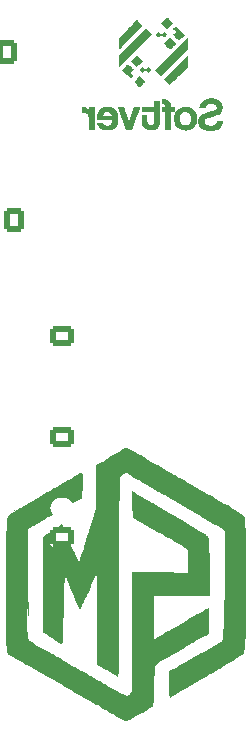
<source format=gbr>
%TF.GenerationSoftware,KiCad,Pcbnew,7.0.8*%
%TF.CreationDate,2023-11-01T12:09:58-04:00*%
%TF.ProjectId,ESP32_CNC,45535033-325f-4434-9e43-2e6b69636164,rev?*%
%TF.SameCoordinates,Original*%
%TF.FileFunction,Legend,Bot*%
%TF.FilePolarity,Positive*%
%FSLAX46Y46*%
G04 Gerber Fmt 4.6, Leading zero omitted, Abs format (unit mm)*
G04 Created by KiCad (PCBNEW 7.0.8) date 2023-11-01 12:09:58*
%MOMM*%
%LPD*%
G01*
G04 APERTURE LIST*
G04 Aperture macros list*
%AMRoundRect*
0 Rectangle with rounded corners*
0 $1 Rounding radius*
0 $2 $3 $4 $5 $6 $7 $8 $9 X,Y pos of 4 corners*
0 Add a 4 corners polygon primitive as box body*
4,1,4,$2,$3,$4,$5,$6,$7,$8,$9,$2,$3,0*
0 Add four circle primitives for the rounded corners*
1,1,$1+$1,$2,$3*
1,1,$1+$1,$4,$5*
1,1,$1+$1,$6,$7*
1,1,$1+$1,$8,$9*
0 Add four rect primitives between the rounded corners*
20,1,$1+$1,$2,$3,$4,$5,0*
20,1,$1+$1,$4,$5,$6,$7,0*
20,1,$1+$1,$6,$7,$8,$9,0*
20,1,$1+$1,$8,$9,$2,$3,0*%
G04 Aperture macros list end*
%ADD10RoundRect,0.250000X-0.750000X0.600000X-0.750000X-0.600000X0.750000X-0.600000X0.750000X0.600000X0*%
%ADD11O,2.000000X1.700000*%
%ADD12C,0.650000*%
%ADD13O,1.000000X2.100000*%
%ADD14O,1.000000X1.600000*%
%ADD15RoundRect,0.250000X0.750000X-0.600000X0.750000X0.600000X-0.750000X0.600000X-0.750000X-0.600000X0*%
%ADD16C,0.800000*%
%ADD17C,5.000000*%
%ADD18R,1.700000X1.700000*%
%ADD19O,1.700000X1.700000*%
%ADD20RoundRect,0.250000X-0.650000X-1.550000X0.650000X-1.550000X0.650000X1.550000X-0.650000X1.550000X0*%
%ADD21O,1.800000X3.600000*%
%ADD22RoundRect,0.250000X0.600000X0.750000X-0.600000X0.750000X-0.600000X-0.750000X0.600000X-0.750000X0*%
%ADD23O,1.700000X2.000000*%
%ADD24C,1.700000*%
%ADD25RoundRect,0.250000X0.600000X0.725000X-0.600000X0.725000X-0.600000X-0.725000X0.600000X-0.725000X0*%
%ADD26O,1.700000X1.950000*%
%ADD27C,0.999997*%
%ADD28RoundRect,0.250000X0.750000X1.550000X-0.750000X1.550000X-0.750000X-1.550000X0.750000X-1.550000X0*%
%ADD29O,2.000000X3.600000*%
G04 APERTURE END LIST*
%TO.C,G\u002A\u002A\u002A*%
G36*
X144878449Y-101869254D02*
G01*
X144853644Y-101894059D01*
X144828839Y-101869254D01*
X144853644Y-101844450D01*
X144878449Y-101869254D01*
G37*
G36*
X142993292Y-100629020D02*
G01*
X142968488Y-100653825D01*
X142943683Y-100629020D01*
X142968488Y-100604215D01*
X142993292Y-100629020D01*
G37*
G36*
X132624933Y-85448551D02*
G01*
X132600128Y-85473356D01*
X132575324Y-85448551D01*
X132600128Y-85423747D01*
X132624933Y-85448551D01*
G37*
G36*
X126870245Y-88772379D02*
G01*
X126845441Y-88797184D01*
X126820636Y-88772379D01*
X126845441Y-88747575D01*
X126870245Y-88772379D01*
G37*
G36*
X128034855Y-96445632D02*
G01*
X128037310Y-96591175D01*
X128038901Y-96813422D01*
X128039476Y-97106754D01*
X128038936Y-97399838D01*
X128037367Y-97626017D01*
X128034921Y-97776813D01*
X128031751Y-97846267D01*
X128028009Y-97828421D01*
X128023848Y-97717314D01*
X128020165Y-97535938D01*
X128017434Y-97195767D01*
X128018641Y-96841808D01*
X128023789Y-96526689D01*
X128023822Y-96525403D01*
X128027959Y-96407128D01*
X128031687Y-96382410D01*
X128034855Y-96445632D01*
G37*
G36*
X136337917Y-83458608D02*
G01*
X136428740Y-83492768D01*
X136565154Y-83565545D01*
X136767316Y-83682452D01*
X136857843Y-83734659D01*
X137059438Y-83848488D01*
X137238605Y-83946969D01*
X137256041Y-83956355D01*
X137555609Y-84121736D01*
X137836406Y-84286463D01*
X138148198Y-84479682D01*
X138174772Y-84496381D01*
X138328025Y-84589316D01*
X138445133Y-84654820D01*
X138502551Y-84679606D01*
X138519388Y-84685106D01*
X138611404Y-84731257D01*
X138768960Y-84818095D01*
X138979001Y-84938111D01*
X139228472Y-85083796D01*
X139504319Y-85247642D01*
X139793488Y-85422139D01*
X139946232Y-85512486D01*
X140168629Y-85638001D01*
X140363995Y-85742276D01*
X140489732Y-85808875D01*
X140628219Y-85888640D01*
X140711261Y-85944561D01*
X140771854Y-85987288D01*
X140900975Y-86065926D01*
X141058527Y-86153995D01*
X141178168Y-86218733D01*
X141371366Y-86325237D01*
X141529816Y-86414744D01*
X141562253Y-86433384D01*
X141748485Y-86538497D01*
X141926691Y-86636710D01*
X141970088Y-86660589D01*
X142153562Y-86766580D01*
X142328643Y-86873689D01*
X142387515Y-86910207D01*
X142553630Y-87009061D01*
X142759460Y-87128005D01*
X142973565Y-87248755D01*
X143167737Y-87356829D01*
X143409610Y-87491942D01*
X143592191Y-87594981D01*
X143732257Y-87675657D01*
X143846582Y-87743680D01*
X143951941Y-87808759D01*
X144065109Y-87880606D01*
X144182370Y-87953406D01*
X144365393Y-88060484D01*
X144515321Y-88141056D01*
X144624735Y-88196805D01*
X144901234Y-88347637D01*
X145191672Y-88517430D01*
X145253312Y-88554449D01*
X145390603Y-88636445D01*
X145572751Y-88744960D01*
X145777095Y-88866483D01*
X145801555Y-88881087D01*
X146058123Y-89045767D01*
X146230703Y-89181031D01*
X146315057Y-89283593D01*
X146337744Y-89358763D01*
X146362180Y-89511175D01*
X146383721Y-89734320D01*
X146402435Y-90031045D01*
X146418387Y-90404196D01*
X146431645Y-90856618D01*
X146442276Y-91391157D01*
X146450345Y-92010661D01*
X146455920Y-92717974D01*
X146459067Y-93515942D01*
X146459854Y-94407413D01*
X146458347Y-95395231D01*
X146456076Y-96121411D01*
X146452457Y-96883728D01*
X146447621Y-97558116D01*
X146441378Y-98150660D01*
X146433542Y-98667445D01*
X146423922Y-99114554D01*
X146412332Y-99498072D01*
X146398582Y-99824083D01*
X146382484Y-100098672D01*
X146363849Y-100327923D01*
X146342490Y-100517919D01*
X146318218Y-100674746D01*
X146290844Y-100804487D01*
X146258826Y-100865603D01*
X146144142Y-100985334D01*
X145961813Y-101128721D01*
X145725524Y-101285358D01*
X145448956Y-101444837D01*
X145344085Y-101503322D01*
X145160348Y-101610513D01*
X144977667Y-101721323D01*
X144843806Y-101802828D01*
X144689168Y-101893082D01*
X144580792Y-101951850D01*
X144524730Y-101982083D01*
X144385544Y-102066379D01*
X144233527Y-102166510D01*
X144134867Y-102231366D01*
X143933330Y-102353627D01*
X143737433Y-102462509D01*
X143621838Y-102525118D01*
X143422963Y-102640644D01*
X143257206Y-102745535D01*
X143182037Y-102795265D01*
X143075210Y-102860646D01*
X143020884Y-102886247D01*
X142985726Y-102902348D01*
X142879029Y-102960526D01*
X142718331Y-103051694D01*
X142520736Y-103165889D01*
X142303347Y-103293148D01*
X142083267Y-103423509D01*
X141877600Y-103547007D01*
X141703449Y-103653680D01*
X141694031Y-103659533D01*
X141327843Y-103883683D01*
X140978125Y-104091430D01*
X140666904Y-104269894D01*
X140416210Y-104406200D01*
X140404649Y-104412234D01*
X140241510Y-104500694D01*
X140113202Y-104576011D01*
X140046620Y-104622450D01*
X140024926Y-104642830D01*
X139982003Y-104672184D01*
X139979342Y-104653440D01*
X139975411Y-104551181D01*
X139972047Y-104371986D01*
X139969427Y-104129575D01*
X139967727Y-103837672D01*
X139967120Y-103509997D01*
X139967120Y-102347810D01*
X140103546Y-102278198D01*
X140113815Y-102272949D01*
X140280870Y-102185829D01*
X140483364Y-102077940D01*
X140696651Y-101962681D01*
X140896086Y-101853451D01*
X141057020Y-101763650D01*
X141154809Y-101706675D01*
X141205511Y-101676459D01*
X141350517Y-101593929D01*
X141556082Y-101479490D01*
X141805310Y-101342417D01*
X142081307Y-101191982D01*
X142367178Y-101037461D01*
X142646027Y-100888126D01*
X142676816Y-100871624D01*
X142883554Y-100756428D01*
X143079339Y-100640934D01*
X143225473Y-100547867D01*
X143300448Y-100498596D01*
X143415525Y-100431917D01*
X143481993Y-100405778D01*
X143502865Y-100399695D01*
X143597401Y-100353507D01*
X143743513Y-100271819D01*
X143919539Y-100166477D01*
X144002374Y-100115897D01*
X144175735Y-100013020D01*
X144313427Y-99935283D01*
X144391284Y-99896515D01*
X144394893Y-99895076D01*
X144461341Y-99815550D01*
X144501844Y-99652125D01*
X144522893Y-99447473D01*
X144546488Y-99109983D01*
X144568099Y-98673731D01*
X144587720Y-98138955D01*
X144605343Y-97505893D01*
X144620963Y-96774784D01*
X144634573Y-95945867D01*
X144646167Y-95019380D01*
X144655737Y-93995562D01*
X144683729Y-90487494D01*
X144483625Y-90361174D01*
X144297491Y-90247501D01*
X144081686Y-90125804D01*
X143901219Y-90035221D01*
X143771927Y-89983578D01*
X143709648Y-89978702D01*
X143696213Y-89988159D01*
X143702017Y-89959640D01*
X143699997Y-89947425D01*
X143644404Y-89890215D01*
X143536295Y-89807416D01*
X143400058Y-89715076D01*
X143260079Y-89629248D01*
X143140744Y-89565981D01*
X143066440Y-89541325D01*
X143038461Y-89530049D01*
X142946240Y-89475944D01*
X142819219Y-89392194D01*
X142686903Y-89306524D01*
X142487792Y-89187357D01*
X142289383Y-89076836D01*
X142130386Y-88990406D01*
X141891273Y-88855578D01*
X141678644Y-88730890D01*
X141531767Y-88642202D01*
X141296390Y-88500059D01*
X141083331Y-88371378D01*
X141082364Y-88370793D01*
X140912990Y-88269797D01*
X140686847Y-88136783D01*
X140421728Y-87982031D01*
X140135425Y-87815822D01*
X139845728Y-87648436D01*
X139570432Y-87490153D01*
X139327327Y-87351254D01*
X139134205Y-87242020D01*
X139008859Y-87172730D01*
X138942161Y-87135766D01*
X138774960Y-87038876D01*
X138570827Y-86917096D01*
X138359860Y-86788257D01*
X138221646Y-86704089D01*
X138054765Y-86606504D01*
X137932352Y-86539835D01*
X137874094Y-86515153D01*
X137813966Y-86487616D01*
X137723270Y-86415934D01*
X137632892Y-86348172D01*
X137551711Y-86316715D01*
X137526101Y-86312687D01*
X137486652Y-86267106D01*
X137485272Y-86255300D01*
X137438750Y-86217497D01*
X137417903Y-86212071D01*
X137321274Y-86168386D01*
X137171428Y-86090653D01*
X136989955Y-85990631D01*
X136798445Y-85880078D01*
X136618488Y-85770753D01*
X136518350Y-85707862D01*
X136368510Y-85619342D01*
X136265929Y-85581136D01*
X136185162Y-85593086D01*
X136100765Y-85655032D01*
X135987292Y-85766817D01*
X135760116Y-85994254D01*
X135731092Y-89987809D01*
X135726750Y-90613579D01*
X135721742Y-91399153D01*
X135716724Y-92249239D01*
X135711787Y-93145416D01*
X135707022Y-94069257D01*
X135702521Y-95002339D01*
X135698376Y-95926239D01*
X135694677Y-96822531D01*
X135691518Y-97672792D01*
X135688989Y-98458598D01*
X135688914Y-98484007D01*
X135686613Y-99140116D01*
X135683718Y-99766920D01*
X135680301Y-100357427D01*
X135676435Y-100904646D01*
X135672191Y-101401586D01*
X135667642Y-101841255D01*
X135662859Y-102216662D01*
X135657915Y-102520816D01*
X135652882Y-102746725D01*
X135647832Y-102887398D01*
X135642837Y-102935844D01*
X135639058Y-102935590D01*
X135593227Y-102894537D01*
X135582528Y-102880814D01*
X135501345Y-102816964D01*
X135355304Y-102718931D01*
X135160350Y-102596253D01*
X134932426Y-102458473D01*
X134687476Y-102315129D01*
X134441443Y-102175761D01*
X134210270Y-102049911D01*
X134009902Y-101947118D01*
X133865167Y-101876153D01*
X133864986Y-98722509D01*
X133864268Y-98032863D01*
X133861876Y-97312440D01*
X133857879Y-96656853D01*
X133852351Y-96069922D01*
X133845367Y-95555467D01*
X133837000Y-95117308D01*
X133827325Y-94759264D01*
X133816417Y-94485156D01*
X133804349Y-94298803D01*
X133791197Y-94204024D01*
X133777034Y-94204640D01*
X133755007Y-94259989D01*
X133696500Y-94390668D01*
X133612359Y-94571084D01*
X133512462Y-94779761D01*
X133427145Y-94957839D01*
X133345624Y-95132636D01*
X133290263Y-95256917D01*
X133269855Y-95311412D01*
X133253704Y-95356776D01*
X133202655Y-95475319D01*
X133125017Y-95646954D01*
X133029331Y-95852468D01*
X132963843Y-95991630D01*
X132833427Y-96269910D01*
X132705142Y-96544864D01*
X132599158Y-96773320D01*
X132552904Y-96870140D01*
X132471753Y-97023230D01*
X132408485Y-97120919D01*
X132373887Y-97145390D01*
X132355373Y-97113688D01*
X132304056Y-97003437D01*
X132232627Y-96836840D01*
X132150532Y-96635465D01*
X132097161Y-96503802D01*
X132013613Y-96306448D01*
X131943378Y-96150808D01*
X131897672Y-96062304D01*
X131861555Y-95993750D01*
X131798506Y-95847251D01*
X131734354Y-95675027D01*
X131661480Y-95482932D01*
X131564125Y-95251925D01*
X131463635Y-95032759D01*
X131449653Y-95003617D01*
X131363886Y-94815227D01*
X131295417Y-94649352D01*
X131257994Y-94539001D01*
X131228104Y-94442799D01*
X131184365Y-94380904D01*
X131150347Y-94413579D01*
X131136652Y-94540676D01*
X131136117Y-94575670D01*
X131124795Y-94700028D01*
X131103382Y-94767043D01*
X131095663Y-94795712D01*
X131084650Y-94910282D01*
X131075148Y-95095163D01*
X131067974Y-95332957D01*
X131063947Y-95606268D01*
X131060813Y-95882776D01*
X131054714Y-96232309D01*
X131046368Y-96605931D01*
X131036239Y-96989945D01*
X131024795Y-97370650D01*
X131012501Y-97734348D01*
X130999825Y-98067341D01*
X130987231Y-98355929D01*
X130975187Y-98586413D01*
X130964158Y-98745096D01*
X130954612Y-98818278D01*
X130954499Y-98818620D01*
X130944836Y-98896107D01*
X130936851Y-99050367D01*
X130931372Y-99259199D01*
X130929224Y-99500407D01*
X130929195Y-99516840D01*
X130925352Y-99747065D01*
X130916036Y-99935003D01*
X130902588Y-100061680D01*
X130886346Y-100108122D01*
X130853342Y-100096772D01*
X130754481Y-100042771D01*
X130623448Y-99959294D01*
X130536054Y-99902713D01*
X130420604Y-99836337D01*
X130355798Y-99810465D01*
X130298330Y-99782355D01*
X130214165Y-99705885D01*
X130175545Y-99669051D01*
X130048227Y-99573937D01*
X129896417Y-99482200D01*
X129857446Y-99461324D01*
X129651013Y-99346101D01*
X129509587Y-99256217D01*
X129411278Y-99177946D01*
X129369974Y-99146113D01*
X129297561Y-99115934D01*
X129290817Y-99083514D01*
X129283137Y-98957336D01*
X129276181Y-98740254D01*
X129269998Y-98436850D01*
X129264641Y-98051709D01*
X129260162Y-97589415D01*
X129256610Y-97054550D01*
X129254039Y-96451698D01*
X129252499Y-95785443D01*
X129252042Y-95060368D01*
X129252588Y-91004801D01*
X129562100Y-90808444D01*
X129563662Y-90807453D01*
X129737661Y-90699306D01*
X129896992Y-90604026D01*
X130007344Y-90542134D01*
X130012680Y-90539332D01*
X130095210Y-90476044D01*
X130111300Y-90420768D01*
X130102121Y-90401275D01*
X130125859Y-90397990D01*
X130142225Y-90398859D01*
X130229280Y-90365091D01*
X130366952Y-90289953D01*
X130533856Y-90184629D01*
X130895520Y-89942633D01*
X130968087Y-90126451D01*
X130994806Y-90190823D01*
X131075267Y-90367916D01*
X131163067Y-90545551D01*
X131208830Y-90637509D01*
X131263966Y-90763381D01*
X131285480Y-90835710D01*
X131287188Y-90855947D01*
X131299750Y-90903226D01*
X131329815Y-90981664D01*
X131383561Y-91105918D01*
X131467168Y-91290646D01*
X131586815Y-91550504D01*
X131649843Y-91690126D01*
X131747145Y-91914997D01*
X131827649Y-92111087D01*
X131935493Y-92375226D01*
X132043897Y-92622151D01*
X132144947Y-92835545D01*
X132231368Y-93000721D01*
X132295883Y-93102993D01*
X132331218Y-93127673D01*
X132370394Y-93054017D01*
X132430983Y-92896208D01*
X132508641Y-92666634D01*
X132599261Y-92377442D01*
X132698736Y-92040779D01*
X132754524Y-91849349D01*
X132833750Y-91583126D01*
X132917753Y-91305626D01*
X132999978Y-91038142D01*
X133073869Y-90801965D01*
X133132871Y-90618390D01*
X133170429Y-90508708D01*
X133198842Y-90423800D01*
X133253746Y-90248853D01*
X133332030Y-89993574D01*
X133431372Y-89665587D01*
X133549451Y-89272517D01*
X133683945Y-88821989D01*
X133697378Y-88775830D01*
X133722427Y-88678826D01*
X133742397Y-88576367D01*
X133757874Y-88456733D01*
X133769448Y-88308203D01*
X133777706Y-88119058D01*
X133783237Y-87877576D01*
X133786629Y-87572037D01*
X133788471Y-87190722D01*
X133789350Y-86721908D01*
X133791366Y-84969093D01*
X134262349Y-84683281D01*
X134340402Y-84635899D01*
X134704769Y-84414286D01*
X135053693Y-84201409D01*
X135375602Y-84004374D01*
X135658923Y-83830291D01*
X135892084Y-83686265D01*
X136063511Y-83579405D01*
X136161633Y-83516818D01*
X136212409Y-83484091D01*
X136272526Y-83457553D01*
X136337917Y-83458608D01*
G37*
G36*
X132591582Y-85563160D02*
G01*
X132604099Y-85641480D01*
X132613628Y-85795662D01*
X132620120Y-86007318D01*
X132623527Y-86258061D01*
X132623803Y-86529504D01*
X132620899Y-86803260D01*
X132614768Y-87060941D01*
X132605363Y-87284160D01*
X132592635Y-87454531D01*
X132577434Y-87581036D01*
X132550246Y-87703802D01*
X132507377Y-87771444D01*
X132437328Y-87810309D01*
X132320999Y-87865139D01*
X132184372Y-87947245D01*
X132106613Y-87997030D01*
X131952386Y-88087038D01*
X131781574Y-88179915D01*
X131664390Y-88243068D01*
X131469912Y-88354238D01*
X131310285Y-88452525D01*
X131250203Y-88490578D01*
X131062027Y-88600369D01*
X130876203Y-88698702D01*
X130786070Y-88746442D01*
X130681356Y-88813893D01*
X130640558Y-88858515D01*
X130638881Y-88869791D01*
X130599236Y-88876720D01*
X130581323Y-88874388D01*
X130495888Y-88904448D01*
X130377867Y-88973527D01*
X130340332Y-88998498D01*
X130198124Y-89085713D01*
X130084325Y-89145583D01*
X130066728Y-89153583D01*
X129939601Y-89219156D01*
X129797199Y-89301103D01*
X129705845Y-89355283D01*
X129531312Y-89455084D01*
X129350714Y-89555128D01*
X129118479Y-89683239D01*
X128913121Y-89801083D01*
X128771471Y-89888074D01*
X128705792Y-89936950D01*
X128692589Y-89947423D01*
X128609342Y-89993897D01*
X128482550Y-90054094D01*
X128450401Y-90069093D01*
X128285562Y-90161767D01*
X128148900Y-90260142D01*
X128013687Y-90377838D01*
X127985064Y-93171789D01*
X127984644Y-93212890D01*
X127978824Y-93808183D01*
X127973159Y-94432659D01*
X127967786Y-95067976D01*
X127962846Y-95695791D01*
X127958478Y-96297764D01*
X127954820Y-96855550D01*
X127952013Y-97350809D01*
X127950195Y-97765197D01*
X127950109Y-97790251D01*
X127948709Y-98256359D01*
X127948388Y-98633996D01*
X127949647Y-98933410D01*
X127952989Y-99164851D01*
X127958912Y-99338566D01*
X127967920Y-99464805D01*
X127980513Y-99553815D01*
X127997192Y-99615846D01*
X128018459Y-99661146D01*
X128044814Y-99699963D01*
X128078535Y-99735586D01*
X128196113Y-99830707D01*
X128366328Y-99951364D01*
X128566877Y-100083122D01*
X128775454Y-100211545D01*
X128969754Y-100322198D01*
X129127472Y-100400646D01*
X129165445Y-100419474D01*
X129286183Y-100486288D01*
X129453797Y-100583649D01*
X129644159Y-100697687D01*
X129757065Y-100764886D01*
X129928294Y-100860929D01*
X130059151Y-100926938D01*
X130127850Y-100951481D01*
X130154524Y-100955708D01*
X130194074Y-101001090D01*
X130202469Y-101023912D01*
X130268488Y-101050700D01*
X130302720Y-101056297D01*
X130342902Y-101100309D01*
X130346114Y-101116599D01*
X130400570Y-101149919D01*
X130439470Y-101160466D01*
X130547803Y-101211526D01*
X130685824Y-101290673D01*
X130691442Y-101294143D01*
X130853718Y-101392189D01*
X131057717Y-101512618D01*
X131260675Y-101630174D01*
X131268453Y-101634626D01*
X131493358Y-101763351D01*
X131748451Y-101909365D01*
X131980011Y-102041918D01*
X132030345Y-102070642D01*
X132220679Y-102177810D01*
X132388009Y-102269984D01*
X132500910Y-102329795D01*
X132627343Y-102400619D01*
X132724152Y-102466864D01*
X132760817Y-102492515D01*
X132877638Y-102563328D01*
X133045313Y-102658654D01*
X133240882Y-102765234D01*
X133318864Y-102807271D01*
X133570652Y-102946944D01*
X133823321Y-103091879D01*
X134032351Y-103216683D01*
X134085740Y-103249313D01*
X134244004Y-103342467D01*
X134363526Y-103407501D01*
X134421755Y-103431950D01*
X134469622Y-103450782D01*
X134579353Y-103511145D01*
X134721692Y-103598640D01*
X134885526Y-103702479D01*
X135211662Y-103901368D01*
X135517606Y-104078062D01*
X135794272Y-104228144D01*
X136032574Y-104347194D01*
X136223424Y-104430794D01*
X136357737Y-104474525D01*
X136426425Y-104473968D01*
X136420401Y-104424705D01*
X136413846Y-104403897D01*
X136454681Y-104398504D01*
X136513278Y-104400332D01*
X136627995Y-104331070D01*
X136757190Y-104177454D01*
X136758261Y-104175877D01*
X136771932Y-104149923D01*
X136784032Y-104111546D01*
X136794657Y-104054961D01*
X136803901Y-103974381D01*
X136811859Y-103864019D01*
X136818627Y-103718089D01*
X136824300Y-103530804D01*
X136828971Y-103296379D01*
X136832738Y-103009026D01*
X136835694Y-102662959D01*
X136837934Y-102252393D01*
X136839554Y-101771540D01*
X136840648Y-101214614D01*
X136841313Y-100575828D01*
X136841641Y-99849397D01*
X136841730Y-99029533D01*
X136841730Y-94004272D01*
X139203226Y-94017623D01*
X141564721Y-94030973D01*
X141547269Y-93070552D01*
X141529816Y-92110131D01*
X141365497Y-91972954D01*
X141312070Y-91931300D01*
X141143894Y-91818601D01*
X140968622Y-91719694D01*
X140829756Y-91645320D01*
X140630483Y-91529272D01*
X140438410Y-91409276D01*
X140275042Y-91306931D01*
X140089286Y-91198861D01*
X139942316Y-91121904D01*
X139858901Y-91080764D01*
X139675768Y-90982931D01*
X139495831Y-90879428D01*
X139370659Y-90805372D01*
X139157967Y-90682982D01*
X138955523Y-90569740D01*
X138806091Y-90487112D01*
X138666793Y-90408688D01*
X138583110Y-90359879D01*
X138577293Y-90356336D01*
X138493899Y-90307735D01*
X138345962Y-90223100D01*
X138152565Y-90113307D01*
X137932793Y-89989232D01*
X137911225Y-89977085D01*
X137684101Y-89848777D01*
X137477484Y-89731410D01*
X137313382Y-89637519D01*
X137213800Y-89579642D01*
X137076690Y-89500724D01*
X136953351Y-89433830D01*
X136948316Y-89431237D01*
X136913384Y-89409939D01*
X136887063Y-89378614D01*
X136868134Y-89324522D01*
X136855380Y-89234919D01*
X136847580Y-89097066D01*
X136843518Y-88898219D01*
X136841974Y-88625636D01*
X136841730Y-88266577D01*
X136841730Y-87156584D01*
X136951754Y-87215467D01*
X137023405Y-87256409D01*
X137163277Y-87341120D01*
X137321441Y-87440455D01*
X137444806Y-87517658D01*
X137553611Y-87581890D01*
X137604303Y-87606559D01*
X137634731Y-87620684D01*
X137735391Y-87677286D01*
X137887763Y-87767135D01*
X138073254Y-87879411D01*
X138215186Y-87965220D01*
X138380189Y-88061876D01*
X138499269Y-88127852D01*
X138553276Y-88152262D01*
X138554931Y-88152354D01*
X138618622Y-88181093D01*
X138719228Y-88245673D01*
X138730792Y-88253785D01*
X138871714Y-88345370D01*
X139024542Y-88435944D01*
X139097239Y-88476483D01*
X139268937Y-88572178D01*
X139444616Y-88670039D01*
X139529966Y-88718884D01*
X139727551Y-88838735D01*
X139900039Y-88951057D01*
X139977264Y-89002734D01*
X140084891Y-89068942D01*
X140140501Y-89094840D01*
X140143295Y-89095227D01*
X140194876Y-89118627D01*
X140306924Y-89180239D01*
X140484220Y-89282865D01*
X140731544Y-89429302D01*
X141053678Y-89622352D01*
X141455402Y-89864812D01*
X141519202Y-89903304D01*
X141769043Y-90052569D01*
X142027979Y-90205465D01*
X142249152Y-90334279D01*
X142291557Y-90358768D01*
X142490891Y-90475267D01*
X142674123Y-90584314D01*
X142806194Y-90665086D01*
X142856182Y-90695634D01*
X142968676Y-90757109D01*
X143033191Y-90781559D01*
X143034863Y-90781643D01*
X143097018Y-90817350D01*
X143184949Y-90898364D01*
X143191029Y-90904937D01*
X143231736Y-90958864D01*
X143262343Y-91029038D01*
X143285705Y-91132035D01*
X143304677Y-91284432D01*
X143322114Y-91502807D01*
X143340870Y-91803736D01*
X143346569Y-91913941D01*
X143357560Y-92202487D01*
X143367445Y-92561480D01*
X143375860Y-92971636D01*
X143382437Y-93413668D01*
X143386810Y-93868294D01*
X143388612Y-94316227D01*
X143390167Y-96040153D01*
X141033722Y-96040153D01*
X138677277Y-96040153D01*
X138677277Y-97850895D01*
X138677277Y-97859249D01*
X138678087Y-98271474D01*
X138680333Y-98650440D01*
X138683835Y-98985155D01*
X138688415Y-99264626D01*
X138693893Y-99477859D01*
X138700090Y-99613860D01*
X138706826Y-99661637D01*
X138709843Y-99661282D01*
X138772918Y-99630020D01*
X138873979Y-99563654D01*
X139002930Y-99480974D01*
X139129684Y-99413943D01*
X139212428Y-99371824D01*
X139358164Y-99288282D01*
X139520636Y-99188337D01*
X139656549Y-99104505D01*
X139807723Y-99017483D01*
X139912186Y-98964515D01*
X139917244Y-98962284D01*
X140005994Y-98915886D01*
X140168024Y-98825212D01*
X140392802Y-98696403D01*
X140669795Y-98535599D01*
X140988469Y-98348940D01*
X141338293Y-98142569D01*
X141708734Y-97922625D01*
X142089258Y-97695249D01*
X142153372Y-97656999D01*
X142308912Y-97565936D01*
X142421454Y-97502583D01*
X142470089Y-97478825D01*
X142486508Y-97471680D01*
X142571520Y-97424250D01*
X142710612Y-97342156D01*
X142884073Y-97236916D01*
X143278231Y-96995006D01*
X143309229Y-97497365D01*
X143317612Y-97650554D01*
X143330568Y-97958209D01*
X143340678Y-98286579D01*
X143346268Y-98586466D01*
X143352309Y-99173209D01*
X143175432Y-99293400D01*
X143129495Y-99323894D01*
X143023687Y-99388041D01*
X142966202Y-99413590D01*
X142929031Y-99429144D01*
X142820820Y-99486248D01*
X142661581Y-99575484D01*
X142470234Y-99686442D01*
X142314395Y-99777115D01*
X142147713Y-99871391D01*
X142028494Y-99935584D01*
X141975594Y-99959294D01*
X141951237Y-99968407D01*
X141861797Y-100019393D01*
X141737192Y-100100247D01*
X141620329Y-100175812D01*
X141427197Y-100292478D01*
X141234142Y-100401945D01*
X141082999Y-100486496D01*
X140922579Y-100581265D01*
X140812462Y-100652063D01*
X140702136Y-100722739D01*
X140532197Y-100822865D01*
X140334738Y-100934147D01*
X140140422Y-101039311D01*
X139979910Y-101121086D01*
X139907956Y-101164601D01*
X139868289Y-101211930D01*
X139859826Y-101228942D01*
X139793488Y-101249137D01*
X139759421Y-101253324D01*
X139719074Y-101286636D01*
X139717832Y-101291818D01*
X139664832Y-101337854D01*
X139557843Y-101393168D01*
X139454635Y-101442863D01*
X139287361Y-101533027D01*
X139111823Y-101635285D01*
X139098673Y-101643317D01*
X138929337Y-101759850D01*
X138827669Y-101866543D01*
X138770159Y-101987640D01*
X138765865Y-102003649D01*
X138747208Y-102133361D01*
X138730361Y-102347886D01*
X138715946Y-102635424D01*
X138704581Y-102984175D01*
X138696887Y-103382340D01*
X138691312Y-103746162D01*
X138682266Y-104166590D01*
X138670955Y-104504509D01*
X138656665Y-104769581D01*
X138638681Y-104971470D01*
X138616288Y-105119839D01*
X138588772Y-105224352D01*
X138555416Y-105294671D01*
X138540967Y-105311506D01*
X138455244Y-105383558D01*
X138317708Y-105484478D01*
X138150351Y-105599704D01*
X137975164Y-105714673D01*
X137814138Y-105814824D01*
X137689263Y-105885593D01*
X137622531Y-105912419D01*
X137574861Y-105930119D01*
X137464955Y-105987973D01*
X137316348Y-106073649D01*
X137149841Y-106174296D01*
X136986238Y-106277062D01*
X136846338Y-106369092D01*
X136750943Y-106437535D01*
X136720856Y-106469539D01*
X136727049Y-106486308D01*
X136688537Y-106535233D01*
X136657271Y-106549133D01*
X136663360Y-106515396D01*
X136683403Y-106478542D01*
X136673683Y-106463495D01*
X136608917Y-106488076D01*
X136472812Y-106555733D01*
X136421492Y-106580753D01*
X136309909Y-106626136D01*
X136251482Y-106636047D01*
X136247790Y-106633888D01*
X136181765Y-106594696D01*
X136057768Y-106520795D01*
X135899152Y-106426100D01*
X135892718Y-106422259D01*
X135711940Y-106316446D01*
X135545207Y-106222313D01*
X135427863Y-106159830D01*
X135419076Y-106155451D01*
X135312115Y-106096820D01*
X135254230Y-106055588D01*
X135236094Y-106040791D01*
X135148364Y-105987390D01*
X135019099Y-105918337D01*
X134957453Y-105885946D01*
X134790076Y-105793187D01*
X134585276Y-105675578D01*
X134374177Y-105550855D01*
X134254436Y-105479512D01*
X134065258Y-105368904D01*
X133910589Y-105281010D01*
X133815558Y-105230254D01*
X133780600Y-105212666D01*
X133643446Y-105137391D01*
X133493097Y-105048631D01*
X133437187Y-105014790D01*
X133250796Y-104905972D01*
X133068558Y-104803983D01*
X133063651Y-104801318D01*
X132912140Y-104718452D01*
X132754614Y-104630892D01*
X132564413Y-104523708D01*
X132314874Y-104381971D01*
X132306082Y-104376947D01*
X132177498Y-104301499D01*
X132003070Y-104196946D01*
X131817907Y-104084315D01*
X131775682Y-104058565D01*
X131621041Y-103966887D01*
X131505790Y-103902646D01*
X131452291Y-103878434D01*
X131425582Y-103868121D01*
X131329230Y-103817620D01*
X131161210Y-103723333D01*
X130918216Y-103583370D01*
X130596939Y-103395838D01*
X130194074Y-103158847D01*
X130065884Y-103084585D01*
X129887339Y-102984747D01*
X129747589Y-102910567D01*
X129665887Y-102866968D01*
X129497208Y-102769339D01*
X129325910Y-102663191D01*
X129310209Y-102653136D01*
X129134525Y-102546152D01*
X128918693Y-102421512D01*
X128705792Y-102304155D01*
X128685101Y-102293067D01*
X128466609Y-102173947D01*
X128246606Y-102051021D01*
X128069783Y-101949231D01*
X127942974Y-101880776D01*
X127822910Y-101830571D01*
X127758495Y-101822562D01*
X127740470Y-101829544D01*
X127724778Y-101795304D01*
X127712861Y-101771551D01*
X127633236Y-101703639D01*
X127494845Y-101610944D01*
X127315934Y-101506363D01*
X127010366Y-101336966D01*
X126740613Y-101183604D01*
X126541759Y-101064881D01*
X126404629Y-100975071D01*
X126320047Y-100908449D01*
X126278838Y-100859291D01*
X126255690Y-100806195D01*
X126232549Y-100725774D01*
X126212217Y-100617887D01*
X126194556Y-100477015D01*
X126179429Y-100297640D01*
X126166698Y-100074242D01*
X126156226Y-99801302D01*
X126147876Y-99473301D01*
X126141511Y-99084720D01*
X126136992Y-98630041D01*
X126134183Y-98103743D01*
X126132946Y-97500308D01*
X126133144Y-96814216D01*
X126134640Y-96039950D01*
X126137296Y-95171989D01*
X126138348Y-94875896D01*
X126141695Y-94023622D01*
X126145308Y-93263390D01*
X126149350Y-92589778D01*
X126153984Y-91997362D01*
X126159371Y-91480721D01*
X126165675Y-91034429D01*
X126173058Y-90653065D01*
X126181683Y-90331206D01*
X126191711Y-90063429D01*
X126203307Y-89844309D01*
X126216631Y-89668426D01*
X126231848Y-89530354D01*
X126249118Y-89424672D01*
X126268606Y-89345957D01*
X126290474Y-89288785D01*
X126314883Y-89247733D01*
X126331861Y-89227796D01*
X126435922Y-89136699D01*
X126592029Y-89023495D01*
X126773346Y-88908066D01*
X126805222Y-88889120D01*
X127041224Y-88748637D01*
X127303153Y-88592450D01*
X127539972Y-88450988D01*
X127613457Y-88407106D01*
X127812129Y-88289087D01*
X127988213Y-88185288D01*
X128110480Y-88114148D01*
X128248626Y-88034984D01*
X128687661Y-87782976D01*
X129055141Y-87571215D01*
X129362605Y-87392962D01*
X129621589Y-87241477D01*
X129843632Y-87110024D01*
X130040270Y-86991862D01*
X130223042Y-86880253D01*
X130278601Y-86846349D01*
X130436589Y-86753293D01*
X130555241Y-86688374D01*
X130612259Y-86663981D01*
X130613932Y-86663902D01*
X130679958Y-86635252D01*
X130781728Y-86570571D01*
X130812379Y-86549419D01*
X130955745Y-86457619D01*
X131111847Y-86365119D01*
X131348255Y-86231349D01*
X131595203Y-86090577D01*
X131840960Y-85949034D01*
X132128839Y-85781878D01*
X132245881Y-85715388D01*
X132411034Y-85627847D01*
X132531719Y-85571896D01*
X132587726Y-85557422D01*
X132591582Y-85563160D01*
G37*
G36*
X141506057Y-49248640D02*
G01*
X141511823Y-49746597D01*
X140380940Y-50877631D01*
X139250056Y-52008666D01*
X138997864Y-51757131D01*
X138745672Y-51505596D01*
X140122982Y-50128140D01*
X141500292Y-48750683D01*
X141506057Y-49248640D01*
G37*
G36*
X139794940Y-47020172D02*
G01*
X139832310Y-47050756D01*
X139890659Y-47103602D01*
X139964358Y-47173553D01*
X140047776Y-47255454D01*
X140289265Y-47496257D01*
X140037723Y-47748456D01*
X139786181Y-48000655D01*
X139533996Y-47749127D01*
X139281811Y-47497599D01*
X139522600Y-47256125D01*
X139574316Y-47204755D01*
X139652241Y-47129340D01*
X139717047Y-47069070D01*
X139763118Y-47029117D01*
X139784839Y-47014650D01*
X139794940Y-47020172D01*
G37*
G36*
X137454279Y-50470975D02*
G01*
X137705904Y-50722600D01*
X137459987Y-50969216D01*
X137403138Y-51025919D01*
X137326402Y-51101386D01*
X137263876Y-51161580D01*
X137220860Y-51201422D01*
X137202655Y-51215832D01*
X137193426Y-51209209D01*
X137157977Y-51177163D01*
X137101276Y-51123095D01*
X137028624Y-51052086D01*
X136945322Y-50969216D01*
X136699405Y-50722600D01*
X136951030Y-50470975D01*
X137202655Y-50219351D01*
X137454279Y-50470975D01*
G37*
G36*
X141511009Y-50722752D02*
G01*
X141511009Y-51226326D01*
X140755553Y-51982007D01*
X140725744Y-52011816D01*
X140578892Y-52158410D01*
X140441837Y-52294807D01*
X140317500Y-52418126D01*
X140208806Y-52525484D01*
X140118677Y-52614001D01*
X140050037Y-52680795D01*
X140005809Y-52722985D01*
X139988916Y-52737688D01*
X139979728Y-52731054D01*
X139944339Y-52698994D01*
X139887687Y-52644917D01*
X139815068Y-52573903D01*
X139731777Y-52491029D01*
X139485818Y-52244371D01*
X140498413Y-51231775D01*
X141511009Y-50219179D01*
X141511009Y-50722752D01*
G37*
G36*
X138236812Y-48209554D02*
G01*
X138489004Y-48461088D01*
X137111757Y-49838460D01*
X137097651Y-49852566D01*
X136896420Y-50053617D01*
X136703885Y-50245644D01*
X136522203Y-50426513D01*
X136353531Y-50594091D01*
X136200027Y-50746245D01*
X136063850Y-50880843D01*
X135947156Y-50995751D01*
X135852103Y-51088837D01*
X135780850Y-51157967D01*
X135735553Y-51201010D01*
X135718371Y-51215832D01*
X135715820Y-51209705D01*
X135711460Y-51168570D01*
X135707722Y-51093843D01*
X135704805Y-50991539D01*
X135702909Y-50867675D01*
X135702233Y-50728269D01*
X135702233Y-50240706D01*
X136843427Y-49099363D01*
X137984621Y-47958019D01*
X138236812Y-48209554D01*
G37*
G36*
X137819096Y-51328614D02*
G01*
X137943001Y-51451226D01*
X138065572Y-51328654D01*
X138188144Y-51206083D01*
X138306285Y-51322756D01*
X138318395Y-51334829D01*
X138372260Y-51391600D01*
X138410125Y-51436580D01*
X138424427Y-51460923D01*
X138424162Y-51462674D01*
X138406559Y-51490635D01*
X138366834Y-51538020D01*
X138312627Y-51595622D01*
X138304068Y-51604253D01*
X138249774Y-51657263D01*
X138208515Y-51694665D01*
X138188646Y-51708827D01*
X138186655Y-51708141D01*
X138161597Y-51688361D01*
X138116657Y-51646784D01*
X138059984Y-51590882D01*
X137943503Y-51472936D01*
X137819577Y-51595569D01*
X137695650Y-51718203D01*
X137566813Y-51590710D01*
X137437976Y-51463217D01*
X137566584Y-51334610D01*
X137695191Y-51206002D01*
X137819096Y-51328614D01*
G37*
G36*
X132687185Y-54586770D02*
G01*
X132704114Y-54588186D01*
X132861956Y-54617827D01*
X132992894Y-54676767D01*
X133103287Y-54767772D01*
X133172950Y-54841331D01*
X133172950Y-54743349D01*
X133172950Y-54645367D01*
X133408731Y-54645367D01*
X133644511Y-54645367D01*
X133644511Y-55599207D01*
X133644511Y-56553047D01*
X133387296Y-56553047D01*
X133130081Y-56553047D01*
X133129610Y-55979671D01*
X133128937Y-55795468D01*
X133126558Y-55638833D01*
X133121569Y-55515232D01*
X133113056Y-55419628D01*
X133100108Y-55346985D01*
X133081812Y-55292264D01*
X133057256Y-55250430D01*
X133025527Y-55216446D01*
X132985714Y-55185273D01*
X132944169Y-55161035D01*
X132845445Y-55124754D01*
X132733300Y-55102777D01*
X132626368Y-55099547D01*
X132540629Y-55106211D01*
X132534586Y-54840492D01*
X132528542Y-54574772D01*
X132687185Y-54586770D01*
G37*
G36*
X140278520Y-48965199D02*
G01*
X140334380Y-49021460D01*
X140410110Y-49099750D01*
X140470537Y-49164709D01*
X140510545Y-49210790D01*
X140525017Y-49232446D01*
X140519498Y-49242544D01*
X140488917Y-49279911D01*
X140436074Y-49338257D01*
X140366126Y-49411953D01*
X140284228Y-49495370D01*
X140231952Y-49547539D01*
X140155674Y-49622661D01*
X140093476Y-49682675D01*
X140050705Y-49722446D01*
X140032707Y-49736844D01*
X140023372Y-49731198D01*
X139988258Y-49700558D01*
X139933913Y-49648892D01*
X139866575Y-49582564D01*
X139792483Y-49507939D01*
X139717873Y-49431382D01*
X139648984Y-49359258D01*
X139592055Y-49297932D01*
X139553323Y-49253768D01*
X139539026Y-49233131D01*
X139545441Y-49221723D01*
X139577327Y-49183126D01*
X139631382Y-49123797D01*
X139702487Y-49049300D01*
X139785524Y-48965199D01*
X140032022Y-48719400D01*
X140278520Y-48965199D01*
G37*
G36*
X137453133Y-51967783D02*
G01*
X137484205Y-51991393D01*
X137535956Y-52037548D01*
X137601890Y-52099767D01*
X137675508Y-52171573D01*
X137750312Y-52246485D01*
X137819805Y-52318025D01*
X137877487Y-52379714D01*
X137916862Y-52425072D01*
X137931431Y-52447620D01*
X137925911Y-52457721D01*
X137895331Y-52495092D01*
X137842488Y-52553443D01*
X137772540Y-52627142D01*
X137690641Y-52710559D01*
X137638401Y-52762678D01*
X137562017Y-52837819D01*
X137499653Y-52897849D01*
X137456671Y-52937632D01*
X137438435Y-52952034D01*
X137429232Y-52945434D01*
X137393810Y-52913415D01*
X137337132Y-52859372D01*
X137264501Y-52788385D01*
X137181220Y-52705536D01*
X136935421Y-52459038D01*
X137181220Y-52212540D01*
X137237482Y-52156678D01*
X137315770Y-52080949D01*
X137380725Y-52020523D01*
X137426802Y-51980515D01*
X137448453Y-51966043D01*
X137453133Y-51967783D01*
G37*
G36*
X140905599Y-48113442D02*
G01*
X141285520Y-48493363D01*
X141039585Y-48739998D01*
X140982686Y-48796769D01*
X140906056Y-48872218D01*
X140843695Y-48932397D01*
X140800888Y-48972228D01*
X140782918Y-48986633D01*
X140773590Y-48980915D01*
X140738518Y-48950217D01*
X140684194Y-48898559D01*
X140616862Y-48832295D01*
X140542763Y-48757783D01*
X140468139Y-48681377D01*
X140399232Y-48609435D01*
X140342285Y-48548311D01*
X140303539Y-48504362D01*
X140289237Y-48483944D01*
X140289504Y-48482211D01*
X140307116Y-48454424D01*
X140346839Y-48407171D01*
X140401036Y-48349628D01*
X140512836Y-48236422D01*
X140401036Y-48123217D01*
X140393327Y-48115360D01*
X140340594Y-48058579D01*
X140303350Y-48013229D01*
X140289237Y-47988518D01*
X140289864Y-47985684D01*
X140309547Y-47956452D01*
X140351265Y-47908368D01*
X140407458Y-47850273D01*
X140525678Y-47733521D01*
X140905599Y-48113442D01*
G37*
G36*
X139656885Y-48343565D02*
G01*
X139668803Y-48355444D01*
X139722648Y-48412188D01*
X139760505Y-48457162D01*
X139774806Y-48481514D01*
X139774542Y-48483264D01*
X139756939Y-48511226D01*
X139717213Y-48558611D01*
X139663007Y-48616212D01*
X139655223Y-48624043D01*
X139599115Y-48677428D01*
X139554244Y-48715131D01*
X139529715Y-48729418D01*
X139527965Y-48729153D01*
X139500003Y-48711550D01*
X139452618Y-48671825D01*
X139395016Y-48617619D01*
X139281811Y-48505819D01*
X139168605Y-48617619D01*
X139160748Y-48625328D01*
X139103968Y-48678061D01*
X139058618Y-48715305D01*
X139033907Y-48729418D01*
X139031140Y-48728816D01*
X139001995Y-48709242D01*
X138953982Y-48667612D01*
X138895957Y-48611497D01*
X138779501Y-48493576D01*
X138906760Y-48364974D01*
X139034020Y-48236373D01*
X139157915Y-48358976D01*
X139281811Y-48481578D01*
X139410387Y-48354343D01*
X139538964Y-48227108D01*
X139656885Y-48343565D01*
G37*
G36*
X137246202Y-47235434D02*
G01*
X137284845Y-47267352D01*
X137344213Y-47321434D01*
X137418743Y-47392565D01*
X137502871Y-47475626D01*
X137748801Y-47722256D01*
X136741678Y-48729550D01*
X136661049Y-48810142D01*
X136492760Y-48978010D01*
X136334442Y-49135477D01*
X136188630Y-49280047D01*
X136057861Y-49409224D01*
X135944669Y-49520511D01*
X135851591Y-49611413D01*
X135781162Y-49679433D01*
X135735918Y-49722075D01*
X135718394Y-49736844D01*
X135715605Y-49729377D01*
X135711307Y-49686125D01*
X135707627Y-49609524D01*
X135704759Y-49505531D01*
X135702896Y-49380101D01*
X135702233Y-49239190D01*
X135702233Y-48741536D01*
X136457397Y-47985266D01*
X136486346Y-47956291D01*
X136633583Y-47809432D01*
X136771423Y-47672778D01*
X136896893Y-47549219D01*
X137007025Y-47441645D01*
X137098847Y-47352946D01*
X137169389Y-47286012D01*
X137215680Y-47243732D01*
X137234751Y-47228996D01*
X137246202Y-47235434D01*
G37*
G36*
X136467107Y-50981738D02*
G01*
X136498218Y-51005250D01*
X136549993Y-51051388D01*
X136615937Y-51113662D01*
X136689556Y-51185582D01*
X136764354Y-51260657D01*
X136833836Y-51332396D01*
X136891508Y-51394309D01*
X136930874Y-51439906D01*
X136945439Y-51462696D01*
X136944844Y-51465548D01*
X136925283Y-51495161D01*
X136883640Y-51543525D01*
X136827494Y-51601709D01*
X136709548Y-51718190D01*
X136832151Y-51842085D01*
X136954753Y-51965981D01*
X136838297Y-52083902D01*
X136826490Y-52095743D01*
X136769563Y-52149624D01*
X136724238Y-52187510D01*
X136699437Y-52201823D01*
X136688406Y-52195074D01*
X136649785Y-52162244D01*
X136588513Y-52105885D01*
X136509030Y-52030183D01*
X136415771Y-51939324D01*
X136313175Y-51837492D01*
X135949317Y-51473160D01*
X136195172Y-51226606D01*
X136251486Y-51170693D01*
X136329778Y-51094960D01*
X136394734Y-51034532D01*
X136440811Y-50994524D01*
X136462461Y-50980051D01*
X136467107Y-50981738D01*
G37*
G36*
X139459442Y-53944939D02*
G01*
X139648367Y-53974746D01*
X139804776Y-54030633D01*
X139929306Y-54113986D01*
X140023601Y-54226277D01*
X140089303Y-54368975D01*
X140128055Y-54543553D01*
X140141821Y-54645367D01*
X140279833Y-54645367D01*
X140417844Y-54645367D01*
X140417844Y-54827561D01*
X140417844Y-55009756D01*
X140278520Y-55009756D01*
X140139195Y-55009756D01*
X140139195Y-55781401D01*
X140139195Y-56553047D01*
X139881979Y-56553047D01*
X139624764Y-56553047D01*
X139624764Y-55781401D01*
X139624764Y-55009756D01*
X139464005Y-55009756D01*
X139303245Y-55009756D01*
X139303245Y-54827561D01*
X139303245Y-54645367D01*
X139466827Y-54645367D01*
X139630409Y-54645367D01*
X139618195Y-54554304D01*
X139609503Y-54514913D01*
X139571162Y-54439475D01*
X139513816Y-54386594D01*
X139446734Y-54366425D01*
X139414001Y-54365917D01*
X139361548Y-54360193D01*
X139328963Y-54341917D01*
X139311530Y-54303512D01*
X139304530Y-54237401D01*
X139303245Y-54136009D01*
X139303245Y-53931735D01*
X139459442Y-53944939D01*
G37*
G36*
X137243742Y-54645420D02*
G01*
X137345249Y-54646701D01*
X137427497Y-54649441D01*
X137482617Y-54653293D01*
X137502739Y-54657910D01*
X137496769Y-54676999D01*
X137477708Y-54732814D01*
X137446933Y-54821248D01*
X137405859Y-54938273D01*
X137355906Y-55079863D01*
X137298491Y-55241990D01*
X137235031Y-55420628D01*
X137166944Y-55611749D01*
X136831148Y-56553047D01*
X136559161Y-56553047D01*
X136287175Y-56553047D01*
X135946408Y-55604566D01*
X135605641Y-54656085D01*
X135871193Y-54650064D01*
X135879385Y-54649882D01*
X135980350Y-54648326D01*
X136063927Y-54648250D01*
X136121628Y-54649585D01*
X136144966Y-54652264D01*
X136145492Y-54653154D01*
X136155820Y-54681043D01*
X136177098Y-54743699D01*
X136207600Y-54835872D01*
X136245601Y-54952315D01*
X136289375Y-55087780D01*
X136337198Y-55237019D01*
X136344119Y-55258690D01*
X136391908Y-55407595D01*
X136435748Y-55542973D01*
X136473841Y-55659357D01*
X136504386Y-55751277D01*
X136525583Y-55813267D01*
X136535633Y-55839858D01*
X136537861Y-55839610D01*
X136551788Y-55812734D01*
X136575943Y-55751359D01*
X136608653Y-55660230D01*
X136648247Y-55544091D01*
X136693053Y-55407688D01*
X136741401Y-55255765D01*
X136932745Y-54645367D01*
X137217742Y-54645367D01*
X137243742Y-54645420D01*
G37*
G36*
X139170089Y-55100853D02*
G01*
X139169425Y-55206441D01*
X139167953Y-55421314D01*
X139166414Y-55599080D01*
X139164613Y-55743757D01*
X139162358Y-55859367D01*
X139159454Y-55949930D01*
X139155710Y-56019465D01*
X139150931Y-56071992D01*
X139144924Y-56111531D01*
X139137495Y-56142103D01*
X139128453Y-56167727D01*
X139117603Y-56192424D01*
X139105593Y-56217144D01*
X139010767Y-56357683D01*
X138885907Y-56469945D01*
X138735431Y-56550706D01*
X138563752Y-56596745D01*
X138516314Y-56602916D01*
X138328204Y-56605813D01*
X138152813Y-56574632D01*
X137994927Y-56511742D01*
X137859333Y-56419512D01*
X137750818Y-56300310D01*
X137674170Y-56156507D01*
X137657527Y-56108902D01*
X137643109Y-56053666D01*
X137632642Y-55989443D01*
X137625118Y-55907764D01*
X137619528Y-55800157D01*
X137614864Y-55658152D01*
X137604512Y-55288405D01*
X137853710Y-55288405D01*
X138102908Y-55288405D01*
X138102908Y-55603157D01*
X138103096Y-55676727D01*
X138104814Y-55785065D01*
X138109096Y-55863776D01*
X138116867Y-55921461D01*
X138129058Y-55966720D01*
X138146594Y-56008152D01*
X138154675Y-56023591D01*
X138218441Y-56098861D01*
X138301122Y-56143315D01*
X138393311Y-56156885D01*
X138485600Y-56139504D01*
X138568580Y-56091105D01*
X138632845Y-56011621D01*
X138641383Y-55993855D01*
X138652341Y-55959680D01*
X138660679Y-55912687D01*
X138666905Y-55846867D01*
X138671523Y-55756209D01*
X138675042Y-55634702D01*
X138677967Y-55476337D01*
X138685256Y-55010512D01*
X138152943Y-55004775D01*
X137620629Y-54999038D01*
X137614410Y-54822579D01*
X137608190Y-54646120D01*
X138139558Y-54640385D01*
X138670925Y-54634650D01*
X138676943Y-54372076D01*
X138682961Y-54109502D01*
X138929610Y-54109502D01*
X139176258Y-54109502D01*
X139170089Y-55100853D01*
G37*
G36*
X142303338Y-55574605D02*
G01*
X142300191Y-55711291D01*
X142288901Y-55835702D01*
X142269573Y-55932912D01*
X142240095Y-56019394D01*
X142149690Y-56197855D01*
X142029357Y-56346334D01*
X141881002Y-56463175D01*
X141706529Y-56546721D01*
X141507845Y-56595316D01*
X141453221Y-56603043D01*
X141378982Y-56611313D01*
X141317067Y-56612793D01*
X141249259Y-56607487D01*
X141157338Y-56595398D01*
X141000272Y-56559198D01*
X140830567Y-56486542D01*
X140679616Y-56385525D01*
X140554762Y-56261190D01*
X140463344Y-56118581D01*
X140411360Y-55985313D01*
X140369103Y-55796370D01*
X140354429Y-55597657D01*
X140361610Y-55486671D01*
X140874009Y-55486671D01*
X140874473Y-55670542D01*
X140894889Y-55808673D01*
X140941692Y-55944819D01*
X141011580Y-56049318D01*
X141102935Y-56118996D01*
X141196247Y-56150958D01*
X141311434Y-56166198D01*
X141426209Y-56161933D01*
X141522125Y-56137353D01*
X141564318Y-56113534D01*
X141641722Y-56044601D01*
X141707700Y-55955904D01*
X141750143Y-55862062D01*
X141754578Y-55844002D01*
X141765759Y-55769173D01*
X141773391Y-55673337D01*
X141776024Y-55572709D01*
X141775624Y-55525621D01*
X141771997Y-55439269D01*
X141762255Y-55374806D01*
X141743497Y-55317555D01*
X141712823Y-55252840D01*
X141651021Y-55157333D01*
X141566875Y-55084838D01*
X141460180Y-55043998D01*
X141324590Y-55031190D01*
X141287320Y-55032240D01*
X141151527Y-55057889D01*
X141041613Y-55117131D01*
X140958265Y-55208991D01*
X140902168Y-55332496D01*
X140874009Y-55486671D01*
X140361610Y-55486671D01*
X140367223Y-55399915D01*
X140407371Y-55213886D01*
X140474758Y-55050312D01*
X140494414Y-55016191D01*
X140606887Y-54870912D01*
X140748348Y-54752972D01*
X140913788Y-54664567D01*
X141098202Y-54607897D01*
X141296581Y-54585158D01*
X141503920Y-54598549D01*
X141616924Y-54621836D01*
X141804101Y-54691121D01*
X141966024Y-54793315D01*
X142100084Y-54926131D01*
X142203675Y-55087281D01*
X142274189Y-55274477D01*
X142284782Y-55324116D01*
X142298236Y-55440571D01*
X142303266Y-55572709D01*
X142303338Y-55574605D01*
G37*
G36*
X135645355Y-55510582D02*
G01*
X135645221Y-55668696D01*
X135633157Y-55820040D01*
X135608942Y-55950624D01*
X135581738Y-56039622D01*
X135499965Y-56215272D01*
X135389668Y-56359349D01*
X135251814Y-56470977D01*
X135087373Y-56549281D01*
X134897313Y-56593387D01*
X134732740Y-56606157D01*
X134525321Y-56591976D01*
X134339671Y-56540968D01*
X134175580Y-56453071D01*
X134032839Y-56328218D01*
X133969713Y-56250219D01*
X133913284Y-56161199D01*
X133874262Y-56077674D01*
X133859328Y-56011823D01*
X133859612Y-56005795D01*
X133866815Y-55991730D01*
X133888967Y-55982574D01*
X133933047Y-55977301D01*
X134006033Y-55974889D01*
X134114903Y-55974313D01*
X134221621Y-55974567D01*
X134295418Y-55976395D01*
X134342102Y-55981391D01*
X134369616Y-55991148D01*
X134385904Y-56007263D01*
X134398911Y-56031330D01*
X134411642Y-56054653D01*
X134473340Y-56122929D01*
X134562217Y-56165336D01*
X134683612Y-56184751D01*
X134732218Y-56187149D01*
X134800958Y-56184504D01*
X134856290Y-56169330D01*
X134917089Y-56137835D01*
X134921025Y-56135477D01*
X134996070Y-56071589D01*
X135060847Y-55984264D01*
X135106332Y-55888333D01*
X135123498Y-55798627D01*
X135123498Y-55738532D01*
X134466796Y-55738532D01*
X133810093Y-55738532D01*
X133824851Y-55556644D01*
X133845991Y-55395578D01*
X134346494Y-55395578D01*
X134735405Y-55395578D01*
X135124315Y-55395578D01*
X135110148Y-55336633D01*
X135102526Y-55308036D01*
X135048861Y-55184528D01*
X134971397Y-55089534D01*
X134875191Y-55026604D01*
X134765298Y-54999291D01*
X134646775Y-55011146D01*
X134565081Y-55040449D01*
X134468294Y-55106470D01*
X134400864Y-55201698D01*
X134359697Y-55329563D01*
X134346494Y-55395578D01*
X133845991Y-55395578D01*
X133853075Y-55341608D01*
X133907473Y-55135705D01*
X133986842Y-54963775D01*
X134091942Y-54824841D01*
X134223531Y-54717921D01*
X134382368Y-54642036D01*
X134569215Y-54596207D01*
X134681636Y-54585454D01*
X134867081Y-54594440D01*
X135046137Y-54634146D01*
X135208894Y-54702029D01*
X135345439Y-54795543D01*
X135404167Y-54852572D01*
X135514851Y-55002235D01*
X135596888Y-55183010D01*
X135610708Y-55229999D01*
X135633777Y-55359687D01*
X135636531Y-55395578D01*
X135645355Y-55510582D01*
G37*
G36*
X143620731Y-53889597D02*
G01*
X143750674Y-53897627D01*
X143853555Y-53913819D01*
X143940849Y-53939429D01*
X144101971Y-54013437D01*
X144240063Y-54113736D01*
X144349040Y-54235410D01*
X144422818Y-54373545D01*
X144443630Y-54440608D01*
X144467123Y-54580400D01*
X144470558Y-54726322D01*
X144454059Y-54863635D01*
X144417750Y-54977604D01*
X144417420Y-54978300D01*
X144353117Y-55085848D01*
X144267531Y-55178440D01*
X144156356Y-55258648D01*
X144015285Y-55329049D01*
X143840009Y-55392216D01*
X143626223Y-55450724D01*
X143514472Y-55478080D01*
X143374557Y-55513323D01*
X143267065Y-55542359D01*
X143186324Y-55567173D01*
X143126661Y-55589753D01*
X143082404Y-55612085D01*
X143047881Y-55636157D01*
X143017419Y-55663954D01*
X143013128Y-55668271D01*
X142970824Y-55718597D01*
X142951642Y-55768897D01*
X142947127Y-55840392D01*
X142948861Y-55876258D01*
X142978894Y-55984854D01*
X143043236Y-56073700D01*
X143137962Y-56140593D01*
X143259145Y-56183329D01*
X143402863Y-56199704D01*
X143565190Y-56187512D01*
X143625560Y-56175807D01*
X143766915Y-56127958D01*
X143876668Y-56057713D01*
X143952110Y-55967166D01*
X143990534Y-55858415D01*
X144003032Y-55781401D01*
X144271111Y-55781401D01*
X144539189Y-55781401D01*
X144525208Y-55904650D01*
X144507340Y-56004139D01*
X144445805Y-56166999D01*
X144348335Y-56310265D01*
X144217566Y-56431177D01*
X144056134Y-56526972D01*
X143866674Y-56594887D01*
X143801320Y-56609081D01*
X143659182Y-56627659D01*
X143498979Y-56636900D01*
X143335639Y-56636592D01*
X143184087Y-56626520D01*
X143059248Y-56606469D01*
X143048290Y-56603835D01*
X142859726Y-56540005D01*
X142700863Y-56448992D01*
X142574032Y-56332467D01*
X142481563Y-56192100D01*
X142474474Y-56177524D01*
X142450579Y-56123167D01*
X142435255Y-56072232D01*
X142426630Y-56013151D01*
X142422830Y-55934354D01*
X142421979Y-55824270D01*
X142422050Y-55780215D01*
X142423518Y-55684547D01*
X142428267Y-55617220D01*
X142438088Y-55567595D01*
X142454771Y-55525034D01*
X142480105Y-55478898D01*
X142494101Y-55455930D01*
X142558887Y-55369135D01*
X142637885Y-55295083D01*
X142736796Y-55230511D01*
X142861322Y-55172155D01*
X143017164Y-55116750D01*
X143210024Y-55061033D01*
X143213368Y-55060140D01*
X143335124Y-55027377D01*
X143457746Y-54993989D01*
X143567130Y-54963837D01*
X143649173Y-54940783D01*
X143669400Y-54934774D01*
X143803474Y-54880183D01*
X143899204Y-54811519D01*
X143955713Y-54729981D01*
X143972123Y-54636768D01*
X143947558Y-54533079D01*
X143922682Y-54489229D01*
X143847576Y-54422403D01*
X143736609Y-54376321D01*
X143591261Y-54351736D01*
X143586690Y-54351363D01*
X143423210Y-54352795D01*
X143282704Y-54383551D01*
X143168557Y-54441917D01*
X143084152Y-54526178D01*
X143032874Y-54634620D01*
X143005860Y-54731106D01*
X142748431Y-54731106D01*
X142491003Y-54731106D01*
X142502913Y-54615705D01*
X142525044Y-54499823D01*
X142589711Y-54344103D01*
X142689718Y-54204673D01*
X142821261Y-54085517D01*
X142980533Y-53990619D01*
X143163728Y-53923963D01*
X143218309Y-53912276D01*
X143339570Y-53897142D01*
X143478703Y-53889509D01*
X143620731Y-53889597D01*
G37*
%TD*%
%LPC*%
D10*
%TO.C,J10*%
X105731800Y-95219200D03*
D11*
X105731800Y-97719200D03*
%TD*%
D12*
%TO.C,P1*%
X172640000Y-52605000D03*
X166860000Y-52605000D03*
D13*
X174070000Y-53105000D03*
D14*
X174070000Y-48925000D03*
D13*
X165430000Y-53105000D03*
D14*
X165430000Y-48925000D03*
%TD*%
D15*
%TO.C,J3*%
X130894600Y-73995600D03*
D11*
X130894600Y-71495600D03*
%TD*%
D16*
%TO.C,H2*%
X89325000Y-141000000D03*
X89874175Y-139674175D03*
X89874175Y-142325825D03*
X91200000Y-139125000D03*
D17*
X91200000Y-141000000D03*
D16*
X91200000Y-142875000D03*
X92525825Y-139674175D03*
X92525825Y-142325825D03*
X93075000Y-141000000D03*
%TD*%
D18*
%TO.C,J16*%
X121920000Y-122732800D03*
D19*
X121920000Y-120192800D03*
X124460000Y-122732800D03*
X124460000Y-120192800D03*
X127000000Y-122732800D03*
X127000000Y-120192800D03*
X129540000Y-122732800D03*
X129540000Y-120192800D03*
%TD*%
D10*
%TO.C,J11*%
X96486200Y-103906000D03*
D11*
X96486200Y-106406000D03*
%TD*%
D20*
%TO.C,J6*%
X119908400Y-137546900D03*
D21*
X123408400Y-137546900D03*
X126908400Y-137546900D03*
X130408400Y-137546900D03*
%TD*%
D22*
%TO.C,J2*%
X126198000Y-49936400D03*
D23*
X123698000Y-49936400D03*
%TD*%
D18*
%TO.C,U9*%
X176993400Y-113129400D03*
D19*
X174453400Y-113129400D03*
X171913400Y-113129400D03*
X169373400Y-113129400D03*
X166833400Y-113129400D03*
X164293400Y-113129400D03*
X161753400Y-113129400D03*
X159213400Y-113129400D03*
X159213400Y-125729400D03*
X161753400Y-125729400D03*
X164293400Y-125729400D03*
X166833400Y-125729400D03*
X169373400Y-125729400D03*
X171913400Y-125729400D03*
X174453400Y-125729400D03*
D24*
X176993400Y-125729400D03*
D19*
X176993400Y-118209400D03*
X176993400Y-115669400D03*
%TD*%
D20*
%TO.C,J8*%
X162908400Y-137546900D03*
D21*
X166408400Y-137546900D03*
X169908400Y-137546900D03*
X173408400Y-137546900D03*
%TD*%
D15*
%TO.C,J9*%
X130843800Y-91064400D03*
D11*
X130843800Y-88564400D03*
%TD*%
D15*
%TO.C,J4*%
X130843800Y-82580800D03*
D11*
X130843800Y-80080800D03*
%TD*%
D16*
%TO.C,H4*%
X179325000Y-51000000D03*
X179874175Y-49674175D03*
X179874175Y-52325825D03*
X181200000Y-49125000D03*
D17*
X181200000Y-51000000D03*
D16*
X181200000Y-52875000D03*
X182525825Y-49674175D03*
X182525825Y-52325825D03*
X183075000Y-51000000D03*
%TD*%
D20*
%TO.C,J5*%
X98208400Y-137546900D03*
D21*
X101708400Y-137546900D03*
X105208400Y-137546900D03*
X108708400Y-137546900D03*
%TD*%
D16*
%TO.C,H1*%
X89375000Y-51000000D03*
X89924175Y-49674175D03*
X89924175Y-52325825D03*
X91250000Y-49125000D03*
D17*
X91250000Y-51000000D03*
D16*
X91250000Y-52875000D03*
X92575825Y-49674175D03*
X92575825Y-52325825D03*
X93125000Y-51000000D03*
%TD*%
D18*
%TO.C,U6*%
X112053400Y-113179400D03*
D19*
X109513400Y-113179400D03*
X106973400Y-113179400D03*
X104433400Y-113179400D03*
X101893400Y-113179400D03*
X99353400Y-113179400D03*
X96813400Y-113179400D03*
X94273400Y-113179400D03*
X94273400Y-125779400D03*
X96813400Y-125779400D03*
X99353400Y-125779400D03*
X101893400Y-125779400D03*
X104433400Y-125779400D03*
X106973400Y-125779400D03*
X109513400Y-125779400D03*
D24*
X112053400Y-125779400D03*
D19*
X112053400Y-118259400D03*
X112053400Y-115719400D03*
%TD*%
D25*
%TO.C,J14*%
X126807600Y-64177400D03*
D26*
X124307600Y-64177400D03*
X121807600Y-64177400D03*
%TD*%
D27*
%TO.C,MICRO_SD1*%
X151753800Y-49719400D03*
X143778200Y-49719400D03*
%TD*%
D18*
%TO.C,J18*%
X165252400Y-122682000D03*
D19*
X165252400Y-120142000D03*
X167792400Y-122682000D03*
X167792400Y-120142000D03*
X170332400Y-122682000D03*
X170332400Y-120142000D03*
X172872400Y-122682000D03*
X172872400Y-120142000D03*
%TD*%
D18*
%TO.C,J15*%
X100330000Y-122732800D03*
D19*
X100330000Y-120192800D03*
X102870000Y-122732800D03*
X102870000Y-120192800D03*
X105410000Y-122732800D03*
X105410000Y-120192800D03*
X107950000Y-122732800D03*
X107950000Y-120192800D03*
%TD*%
D10*
%TO.C,J12*%
X96570800Y-95290000D03*
D11*
X96570800Y-97790000D03*
%TD*%
D16*
%TO.C,H3*%
X179325000Y-141000000D03*
X179874175Y-139674175D03*
X179874175Y-142325825D03*
X181200000Y-139125000D03*
D17*
X181200000Y-141000000D03*
D16*
X181200000Y-142875000D03*
X182525825Y-139674175D03*
X182525825Y-142325825D03*
X183075000Y-141000000D03*
%TD*%
D28*
%TO.C,J1*%
X104562500Y-56277500D03*
D29*
X99562500Y-56277500D03*
%TD*%
D20*
%TO.C,J7*%
X141408400Y-137546900D03*
D21*
X144908400Y-137546900D03*
X148408400Y-137546900D03*
X151908400Y-137546900D03*
%TD*%
D18*
%TO.C,J17*%
X143764000Y-122682000D03*
D19*
X143764000Y-120142000D03*
X146304000Y-122682000D03*
X146304000Y-120142000D03*
X148844000Y-122682000D03*
X148844000Y-120142000D03*
X151384000Y-122682000D03*
X151384000Y-120142000D03*
%TD*%
D18*
%TO.C,U7*%
X133803400Y-113179400D03*
D19*
X131263400Y-113179400D03*
X128723400Y-113179400D03*
X126183400Y-113179400D03*
X123643400Y-113179400D03*
X121103400Y-113179400D03*
X118563400Y-113179400D03*
X116023400Y-113179400D03*
X116023400Y-125779400D03*
X118563400Y-125779400D03*
X121103400Y-125779400D03*
X123643400Y-125779400D03*
X126183400Y-125779400D03*
X128723400Y-125779400D03*
X131263400Y-125779400D03*
D24*
X133803400Y-125779400D03*
D19*
X133803400Y-118259400D03*
X133803400Y-115719400D03*
%TD*%
D18*
%TO.C,U8*%
X155553400Y-113179400D03*
D19*
X153013400Y-113179400D03*
X150473400Y-113179400D03*
X147933400Y-113179400D03*
X145393400Y-113179400D03*
X142853400Y-113179400D03*
X140313400Y-113179400D03*
X137773400Y-113179400D03*
X137773400Y-125779400D03*
X140313400Y-125779400D03*
X142853400Y-125779400D03*
X145393400Y-125779400D03*
X147933400Y-125779400D03*
X150473400Y-125779400D03*
X153013400Y-125779400D03*
D24*
X155553400Y-125779400D03*
D19*
X155553400Y-118259400D03*
X155553400Y-115719400D03*
%TD*%
%LPD*%
M02*

</source>
